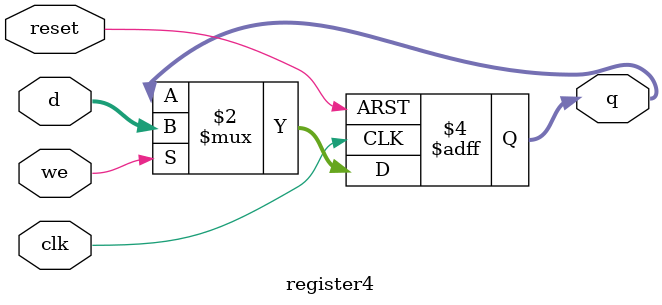
<source format=v>
module register4 (
    input wire clk,
    input wire reset,
    input wire we,
    input wire [3:0] d,
    output reg [3:0] q
);

    always @(posedge clk or posedge reset) begin
        if (reset) begin
            q[3:0] <= 4'b0000;
        end else if (we) begin
            q <= d;
        end
    end

endmodule   
</source>
